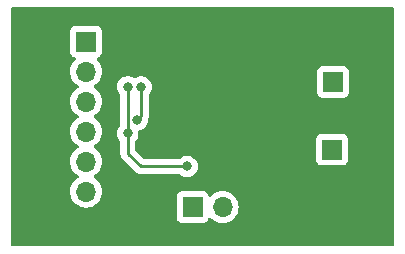
<source format=gbl>
G04 #@! TF.GenerationSoftware,KiCad,Pcbnew,7.0.1*
G04 #@! TF.CreationDate,2023-05-06T21:57:30-07:00*
G04 #@! TF.ProjectId,MAGNETORQUERS,4d41474e-4554-44f5-9251-554552532e6b,rev?*
G04 #@! TF.SameCoordinates,Original*
G04 #@! TF.FileFunction,Copper,L2,Bot*
G04 #@! TF.FilePolarity,Positive*
%FSLAX46Y46*%
G04 Gerber Fmt 4.6, Leading zero omitted, Abs format (unit mm)*
G04 Created by KiCad (PCBNEW 7.0.1) date 2023-05-06 21:57:30*
%MOMM*%
%LPD*%
G01*
G04 APERTURE LIST*
G04 #@! TA.AperFunction,ComponentPad*
%ADD10R,1.700000X1.700000*%
G04 #@! TD*
G04 #@! TA.AperFunction,ComponentPad*
%ADD11O,1.700000X1.700000*%
G04 #@! TD*
G04 #@! TA.AperFunction,ComponentPad*
%ADD12C,0.450000*%
G04 #@! TD*
G04 #@! TA.AperFunction,ViaPad*
%ADD13C,0.800000*%
G04 #@! TD*
G04 #@! TA.AperFunction,Conductor*
%ADD14C,0.250000*%
G04 #@! TD*
G04 APERTURE END LIST*
D10*
X151384000Y-88392000D03*
X130556000Y-79248000D03*
D11*
X130556000Y-81788000D03*
X130556000Y-84328000D03*
X130556000Y-86868000D03*
X130556000Y-89408000D03*
X130556000Y-91948000D03*
X130556000Y-94488000D03*
D12*
X139192000Y-84328000D03*
X139192000Y-85528000D03*
X139192000Y-86728000D03*
X139192000Y-87928000D03*
X140192000Y-84328000D03*
X140192000Y-85528000D03*
X140192000Y-86728000D03*
X140192000Y-87928000D03*
X141192000Y-84328000D03*
X141192000Y-85528000D03*
X141192000Y-86728000D03*
X141192000Y-87928000D03*
D10*
X151440000Y-82675000D03*
D11*
X148900000Y-82675000D03*
D10*
X139568000Y-93268800D03*
D11*
X142108000Y-93268800D03*
D13*
X140550000Y-91150000D03*
X141550000Y-91150000D03*
X137800000Y-82400000D03*
X135300000Y-91300000D03*
X142850000Y-90200000D03*
X135475000Y-88200000D03*
X142850000Y-89300000D03*
X148000000Y-92200000D03*
X146900000Y-83475000D03*
X148000000Y-91100000D03*
X143000000Y-82600000D03*
X134075000Y-87020400D03*
X134075000Y-83075000D03*
X139100000Y-89825000D03*
X134874000Y-85877500D03*
X135225000Y-83100000D03*
D14*
X134075000Y-87020400D02*
X134075000Y-83075000D01*
X135164000Y-89825000D02*
X139100000Y-89825000D01*
X134075000Y-87020400D02*
X134075000Y-88736000D01*
X134075000Y-88736000D02*
X135164000Y-89825000D01*
X135225000Y-83100000D02*
X135225000Y-85526500D01*
X135225000Y-85526500D02*
X134874000Y-85877500D01*
G04 #@! TA.AperFunction,Conductor*
G36*
X156537500Y-76367113D02*
G01*
X156582887Y-76412500D01*
X156599500Y-76474500D01*
X156599500Y-96475500D01*
X156582887Y-96537500D01*
X156537500Y-96582887D01*
X156475500Y-96599500D01*
X124324500Y-96599500D01*
X124262500Y-96582887D01*
X124217113Y-96537500D01*
X124200500Y-96475500D01*
X124200500Y-94166669D01*
X138217500Y-94166669D01*
X138223909Y-94226284D01*
X138249056Y-94293706D01*
X138274204Y-94361131D01*
X138360454Y-94476346D01*
X138475669Y-94562596D01*
X138610517Y-94612891D01*
X138670127Y-94619300D01*
X140465872Y-94619299D01*
X140525483Y-94612891D01*
X140660331Y-94562596D01*
X140775546Y-94476346D01*
X140861796Y-94361131D01*
X140910810Y-94229716D01*
X140945789Y-94179337D01*
X141000634Y-94151884D01*
X141061927Y-94154073D01*
X141114673Y-94185368D01*
X141236599Y-94307295D01*
X141430170Y-94442835D01*
X141644337Y-94542703D01*
X141872592Y-94603863D01*
X142108000Y-94624459D01*
X142343408Y-94603863D01*
X142571663Y-94542703D01*
X142785830Y-94442835D01*
X142979401Y-94307295D01*
X143146495Y-94140201D01*
X143282035Y-93946630D01*
X143381903Y-93732463D01*
X143443063Y-93504208D01*
X143463659Y-93268800D01*
X143443063Y-93033392D01*
X143381903Y-92805137D01*
X143282035Y-92590971D01*
X143146495Y-92397399D01*
X142979401Y-92230305D01*
X142785830Y-92094765D01*
X142571663Y-91994897D01*
X142510502Y-91978509D01*
X142343407Y-91933736D01*
X142108000Y-91913140D01*
X141872592Y-91933736D01*
X141644336Y-91994897D01*
X141430170Y-92094765D01*
X141236601Y-92230303D01*
X141114673Y-92352231D01*
X141061926Y-92383526D01*
X141000634Y-92385715D01*
X140945789Y-92358262D01*
X140910810Y-92307882D01*
X140903658Y-92288707D01*
X140861796Y-92176469D01*
X140775546Y-92061254D01*
X140660331Y-91975004D01*
X140525483Y-91924709D01*
X140465873Y-91918300D01*
X140465869Y-91918300D01*
X138670130Y-91918300D01*
X138610515Y-91924709D01*
X138475669Y-91975004D01*
X138360454Y-92061254D01*
X138274204Y-92176468D01*
X138223909Y-92311316D01*
X138217500Y-92370930D01*
X138217500Y-94166669D01*
X124200500Y-94166669D01*
X124200500Y-91947999D01*
X129200340Y-91947999D01*
X129220936Y-92183407D01*
X129254289Y-92307882D01*
X129282097Y-92411663D01*
X129381965Y-92625830D01*
X129517505Y-92819401D01*
X129684599Y-92986495D01*
X129878170Y-93122035D01*
X130092337Y-93221903D01*
X130320592Y-93283063D01*
X130556000Y-93303659D01*
X130791408Y-93283063D01*
X131019663Y-93221903D01*
X131233830Y-93122035D01*
X131427401Y-92986495D01*
X131594495Y-92819401D01*
X131730035Y-92625830D01*
X131829903Y-92411663D01*
X131891063Y-92183408D01*
X131911659Y-91948000D01*
X131891063Y-91712592D01*
X131829903Y-91484337D01*
X131730035Y-91270171D01*
X131594495Y-91076599D01*
X131427401Y-90909505D01*
X131241839Y-90779573D01*
X131202976Y-90735257D01*
X131188965Y-90678000D01*
X131202976Y-90620743D01*
X131241839Y-90576426D01*
X131427401Y-90446495D01*
X131594495Y-90279401D01*
X131730035Y-90085830D01*
X131829903Y-89871663D01*
X131891063Y-89643408D01*
X131911659Y-89408000D01*
X131891063Y-89172592D01*
X131829903Y-88944337D01*
X131730035Y-88730171D01*
X131594495Y-88536599D01*
X131427401Y-88369505D01*
X131241839Y-88239573D01*
X131202975Y-88195257D01*
X131188964Y-88138000D01*
X131202975Y-88080743D01*
X131241839Y-88036426D01*
X131427401Y-87906495D01*
X131594495Y-87739401D01*
X131730035Y-87545830D01*
X131829903Y-87331663D01*
X131891063Y-87103408D01*
X131898325Y-87020400D01*
X133169540Y-87020400D01*
X133189326Y-87208657D01*
X133247820Y-87388684D01*
X133342464Y-87552613D01*
X133342467Y-87552616D01*
X133417652Y-87636117D01*
X133441264Y-87674649D01*
X133449500Y-87719087D01*
X133449500Y-88653256D01*
X133447235Y-88673762D01*
X133449439Y-88743873D01*
X133449500Y-88747768D01*
X133449500Y-88775349D01*
X133450003Y-88779334D01*
X133450918Y-88790967D01*
X133452290Y-88834626D01*
X133457879Y-88853860D01*
X133461825Y-88872916D01*
X133464335Y-88892792D01*
X133480414Y-88933404D01*
X133484197Y-88944451D01*
X133496382Y-88986391D01*
X133506580Y-89003635D01*
X133515136Y-89021100D01*
X133522514Y-89039732D01*
X133522515Y-89039733D01*
X133548180Y-89075059D01*
X133554593Y-89084822D01*
X133576826Y-89122416D01*
X133576829Y-89122419D01*
X133576830Y-89122420D01*
X133590995Y-89136585D01*
X133603627Y-89151375D01*
X133615406Y-89167587D01*
X133649058Y-89195426D01*
X133657699Y-89203289D01*
X134663197Y-90208787D01*
X134676098Y-90224889D01*
X134678212Y-90226874D01*
X134678214Y-90226877D01*
X134725561Y-90271339D01*
X134727240Y-90272916D01*
X134730036Y-90275626D01*
X134749530Y-90295120D01*
X134752704Y-90297582D01*
X134761568Y-90305153D01*
X134793418Y-90335062D01*
X134803914Y-90340832D01*
X134810974Y-90344714D01*
X134827231Y-90355392D01*
X134843064Y-90367674D01*
X134859185Y-90374649D01*
X134883156Y-90385023D01*
X134893643Y-90390160D01*
X134931908Y-90411197D01*
X134951316Y-90416180D01*
X134969710Y-90422478D01*
X134988105Y-90430438D01*
X135031254Y-90437271D01*
X135042680Y-90439638D01*
X135058222Y-90443629D01*
X135084980Y-90450500D01*
X135084981Y-90450500D01*
X135105016Y-90450500D01*
X135124413Y-90452026D01*
X135144196Y-90455160D01*
X135187674Y-90451050D01*
X135199344Y-90450500D01*
X138396253Y-90450500D01*
X138446688Y-90461220D01*
X138488401Y-90491526D01*
X138494129Y-90497888D01*
X138647270Y-90609151D01*
X138647271Y-90609151D01*
X138647272Y-90609152D01*
X138820197Y-90686144D01*
X139005352Y-90725500D01*
X139005354Y-90725500D01*
X139194646Y-90725500D01*
X139194648Y-90725500D01*
X139318083Y-90699262D01*
X139379803Y-90686144D01*
X139552730Y-90609151D01*
X139705871Y-90497888D01*
X139832533Y-90357216D01*
X139927179Y-90193284D01*
X139985674Y-90013256D01*
X140005460Y-89825000D01*
X139985674Y-89636744D01*
X139936152Y-89484331D01*
X139927179Y-89456715D01*
X139832533Y-89292783D01*
X139829909Y-89289869D01*
X150033500Y-89289869D01*
X150039909Y-89349483D01*
X150090204Y-89484331D01*
X150176454Y-89599546D01*
X150291669Y-89685796D01*
X150426517Y-89736091D01*
X150486127Y-89742500D01*
X152281872Y-89742499D01*
X152341483Y-89736091D01*
X152476331Y-89685796D01*
X152591546Y-89599546D01*
X152677796Y-89484331D01*
X152728091Y-89349483D01*
X152734500Y-89289873D01*
X152734499Y-87494128D01*
X152728091Y-87434517D01*
X152677796Y-87299669D01*
X152591546Y-87184454D01*
X152476331Y-87098204D01*
X152341483Y-87047909D01*
X152281873Y-87041500D01*
X152281869Y-87041500D01*
X150486130Y-87041500D01*
X150426515Y-87047909D01*
X150291669Y-87098204D01*
X150176454Y-87184454D01*
X150090204Y-87299668D01*
X150039909Y-87434516D01*
X150033500Y-87494130D01*
X150033500Y-89289869D01*
X139829909Y-89289869D01*
X139705870Y-89152110D01*
X139552730Y-89040848D01*
X139379802Y-88963855D01*
X139194648Y-88924500D01*
X139194646Y-88924500D01*
X139005354Y-88924500D01*
X139005352Y-88924500D01*
X138820197Y-88963855D01*
X138647272Y-89040847D01*
X138586746Y-89084822D01*
X138494129Y-89152112D01*
X138488401Y-89158473D01*
X138446688Y-89188780D01*
X138396253Y-89199500D01*
X135474452Y-89199500D01*
X135426999Y-89190061D01*
X135386771Y-89163181D01*
X134736819Y-88513228D01*
X134709939Y-88473000D01*
X134700500Y-88425547D01*
X134700500Y-87719087D01*
X134708736Y-87674649D01*
X134732347Y-87636117D01*
X134807533Y-87552616D01*
X134902179Y-87388684D01*
X134960674Y-87208656D01*
X134980460Y-87020400D01*
X134966951Y-86891874D01*
X134975301Y-86832467D01*
X135010567Y-86783928D01*
X135064492Y-86757628D01*
X135153802Y-86738645D01*
X135326730Y-86661651D01*
X135479870Y-86550389D01*
X135606533Y-86409716D01*
X135701179Y-86245784D01*
X135719249Y-86190170D01*
X135759674Y-86065756D01*
X135779460Y-85877500D01*
X135778123Y-85864781D01*
X135779890Y-85827314D01*
X135792781Y-85792088D01*
X135811197Y-85758592D01*
X135816175Y-85739199D01*
X135822481Y-85720782D01*
X135824018Y-85717228D01*
X135830438Y-85702396D01*
X135837272Y-85659245D01*
X135839635Y-85647831D01*
X135850500Y-85605519D01*
X135850500Y-85585484D01*
X135852027Y-85566085D01*
X135855160Y-85546304D01*
X135851050Y-85502825D01*
X135850500Y-85491156D01*
X135850500Y-83798687D01*
X135858736Y-83754249D01*
X135882347Y-83715717D01*
X135957533Y-83632216D01*
X135971969Y-83607213D01*
X135991797Y-83572869D01*
X150089500Y-83572869D01*
X150093193Y-83607216D01*
X150095909Y-83632483D01*
X150146204Y-83767331D01*
X150232454Y-83882546D01*
X150347669Y-83968796D01*
X150482517Y-84019091D01*
X150542127Y-84025500D01*
X152337872Y-84025499D01*
X152397483Y-84019091D01*
X152532331Y-83968796D01*
X152647546Y-83882546D01*
X152733796Y-83767331D01*
X152784091Y-83632483D01*
X152790500Y-83572873D01*
X152790499Y-81777128D01*
X152784091Y-81717517D01*
X152733796Y-81582669D01*
X152647546Y-81467454D01*
X152532331Y-81381204D01*
X152397483Y-81330909D01*
X152337873Y-81324500D01*
X152337869Y-81324500D01*
X150542130Y-81324500D01*
X150482515Y-81330909D01*
X150347669Y-81381204D01*
X150232454Y-81467454D01*
X150146204Y-81582668D01*
X150095909Y-81717516D01*
X150089500Y-81777130D01*
X150089500Y-83572869D01*
X135991797Y-83572869D01*
X136052179Y-83468284D01*
X136110268Y-83289505D01*
X136110674Y-83288256D01*
X136130460Y-83100000D01*
X136110674Y-82911744D01*
X136052179Y-82731716D01*
X136052179Y-82731715D01*
X135957533Y-82567783D01*
X135830870Y-82427110D01*
X135677730Y-82315848D01*
X135504802Y-82238855D01*
X135319648Y-82199500D01*
X135319646Y-82199500D01*
X135130354Y-82199500D01*
X135130352Y-82199500D01*
X134945197Y-82238855D01*
X134772271Y-82315847D01*
X134740087Y-82339230D01*
X134692983Y-82360201D01*
X134641422Y-82360200D01*
X134594319Y-82339228D01*
X134527730Y-82290849D01*
X134527729Y-82290848D01*
X134527727Y-82290847D01*
X134354802Y-82213855D01*
X134169648Y-82174500D01*
X134169646Y-82174500D01*
X133980354Y-82174500D01*
X133980352Y-82174500D01*
X133795197Y-82213855D01*
X133622269Y-82290848D01*
X133469129Y-82402110D01*
X133342466Y-82542783D01*
X133247820Y-82706715D01*
X133189326Y-82886742D01*
X133169540Y-83075000D01*
X133189326Y-83263257D01*
X133247820Y-83443284D01*
X133342464Y-83607213D01*
X133342467Y-83607216D01*
X133417652Y-83690717D01*
X133441264Y-83729249D01*
X133449500Y-83773687D01*
X133449500Y-86321713D01*
X133441264Y-86366151D01*
X133417652Y-86404682D01*
X133384545Y-86441451D01*
X133342464Y-86488186D01*
X133247820Y-86652115D01*
X133189326Y-86832142D01*
X133169540Y-87020400D01*
X131898325Y-87020400D01*
X131911659Y-86868000D01*
X131904303Y-86783928D01*
X131891063Y-86632592D01*
X131831344Y-86409716D01*
X131829903Y-86404337D01*
X131730035Y-86190171D01*
X131594495Y-85996599D01*
X131427401Y-85829505D01*
X131241839Y-85699573D01*
X131202975Y-85655257D01*
X131188964Y-85598000D01*
X131202975Y-85540743D01*
X131241839Y-85496426D01*
X131427401Y-85366495D01*
X131594495Y-85199401D01*
X131730035Y-85005830D01*
X131829903Y-84791663D01*
X131891063Y-84563408D01*
X131911659Y-84328000D01*
X131891063Y-84092592D01*
X131829903Y-83864337D01*
X131730035Y-83650171D01*
X131594495Y-83456599D01*
X131427401Y-83289505D01*
X131241839Y-83159573D01*
X131202975Y-83115257D01*
X131188964Y-83058000D01*
X131202975Y-83000743D01*
X131241839Y-82956426D01*
X131427401Y-82826495D01*
X131594495Y-82659401D01*
X131730035Y-82465830D01*
X131829903Y-82251663D01*
X131891063Y-82023408D01*
X131911659Y-81788000D01*
X131891063Y-81552592D01*
X131829903Y-81324337D01*
X131730035Y-81110171D01*
X131594495Y-80916599D01*
X131472568Y-80794672D01*
X131441273Y-80741927D01*
X131439084Y-80680634D01*
X131466537Y-80625789D01*
X131516916Y-80590810D01*
X131648331Y-80541796D01*
X131763546Y-80455546D01*
X131849796Y-80340331D01*
X131900091Y-80205483D01*
X131906500Y-80145873D01*
X131906499Y-78350128D01*
X131900091Y-78290517D01*
X131849796Y-78155669D01*
X131763546Y-78040454D01*
X131648331Y-77954204D01*
X131513483Y-77903909D01*
X131453873Y-77897500D01*
X131453869Y-77897500D01*
X129658130Y-77897500D01*
X129598515Y-77903909D01*
X129463669Y-77954204D01*
X129348454Y-78040454D01*
X129262204Y-78155668D01*
X129211909Y-78290516D01*
X129205500Y-78350130D01*
X129205500Y-80145869D01*
X129211909Y-80205483D01*
X129262204Y-80340331D01*
X129348454Y-80455546D01*
X129463669Y-80541796D01*
X129575907Y-80583658D01*
X129595082Y-80590810D01*
X129645462Y-80625789D01*
X129672915Y-80680634D01*
X129670726Y-80741926D01*
X129639431Y-80794673D01*
X129517503Y-80916601D01*
X129381965Y-81110170D01*
X129282097Y-81324336D01*
X129220936Y-81552592D01*
X129200340Y-81787999D01*
X129220936Y-82023407D01*
X129261421Y-82174500D01*
X129282097Y-82251663D01*
X129381965Y-82465830D01*
X129517505Y-82659401D01*
X129684599Y-82826495D01*
X129870160Y-82956426D01*
X129909024Y-83000743D01*
X129923035Y-83058000D01*
X129909024Y-83115257D01*
X129870158Y-83159575D01*
X129686382Y-83288257D01*
X129684595Y-83289508D01*
X129517505Y-83456598D01*
X129381965Y-83650170D01*
X129282097Y-83864336D01*
X129220936Y-84092592D01*
X129200340Y-84327999D01*
X129220936Y-84563407D01*
X129265709Y-84730502D01*
X129282097Y-84791663D01*
X129381965Y-85005830D01*
X129517505Y-85199401D01*
X129684599Y-85366495D01*
X129870160Y-85496426D01*
X129909024Y-85540743D01*
X129923035Y-85598000D01*
X129909024Y-85655257D01*
X129870159Y-85699575D01*
X129684595Y-85829508D01*
X129517505Y-85996598D01*
X129381965Y-86190170D01*
X129282097Y-86404336D01*
X129220936Y-86632592D01*
X129200340Y-86868000D01*
X129220936Y-87103407D01*
X129242653Y-87184454D01*
X129282097Y-87331663D01*
X129381965Y-87545830D01*
X129517505Y-87739401D01*
X129684599Y-87906495D01*
X129870160Y-88036426D01*
X129909024Y-88080743D01*
X129923035Y-88138000D01*
X129909024Y-88195257D01*
X129870159Y-88239575D01*
X129684595Y-88369508D01*
X129517505Y-88536598D01*
X129381965Y-88730170D01*
X129282097Y-88944336D01*
X129220936Y-89172592D01*
X129200340Y-89408000D01*
X129220936Y-89643407D01*
X129245771Y-89736091D01*
X129282097Y-89871663D01*
X129381965Y-90085830D01*
X129517505Y-90279401D01*
X129684599Y-90446495D01*
X129870160Y-90576426D01*
X129909024Y-90620743D01*
X129923035Y-90678000D01*
X129909024Y-90735257D01*
X129870159Y-90779575D01*
X129684595Y-90909508D01*
X129517505Y-91076598D01*
X129381965Y-91270170D01*
X129282097Y-91484336D01*
X129220936Y-91712592D01*
X129200340Y-91947999D01*
X124200500Y-91947999D01*
X124200500Y-76474500D01*
X124217113Y-76412500D01*
X124262500Y-76367113D01*
X124324500Y-76350500D01*
X156475500Y-76350500D01*
X156537500Y-76367113D01*
G37*
G04 #@! TD.AperFunction*
M02*

</source>
